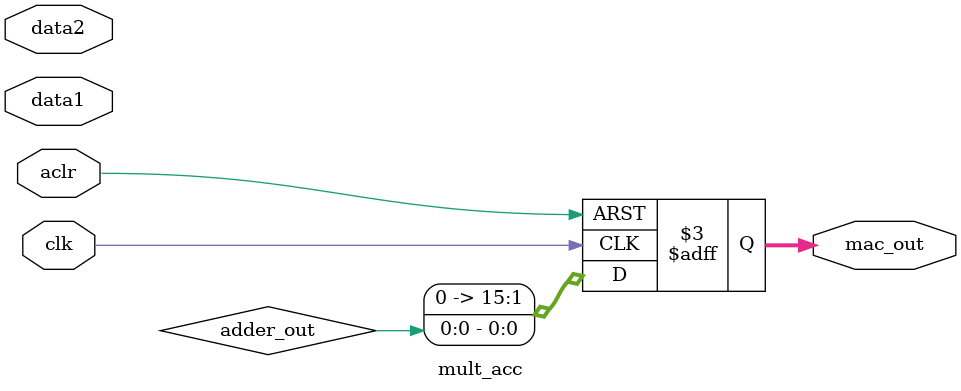
<source format=v>

`timescale 1 ns/ 100 ps 				 //     time resolution/precis for sim
module mult_acc(						 //     module and name
	input [7:0] data1,data2,		 	 //I.   port declarations
	input clk, aclr,					 //I.   port declarations
	output reg [15:0] mac_out); 		 //I.   port declarations
	wire [15:0] mult_out, add_out;  	 //II.  variable definition
	parameter mult_size = 8;			 //III. parameter
	assign add_out = mult_out + mac_out; //IV.  dataflow
	multiplr #(.width_in(mult_size))	 //V.   instantiation
		u1 (.in_a(data1), .in_b(data2), .mult_out(mult_out));
	always @(posedge clk, posedge aclr) begin
	if (aclr)									//VI. behavioral block
		mac_out <= 16'h0000;
	else
		mac_out <= adder_out;
	end											// end behavioral block.
endmodule
</source>
